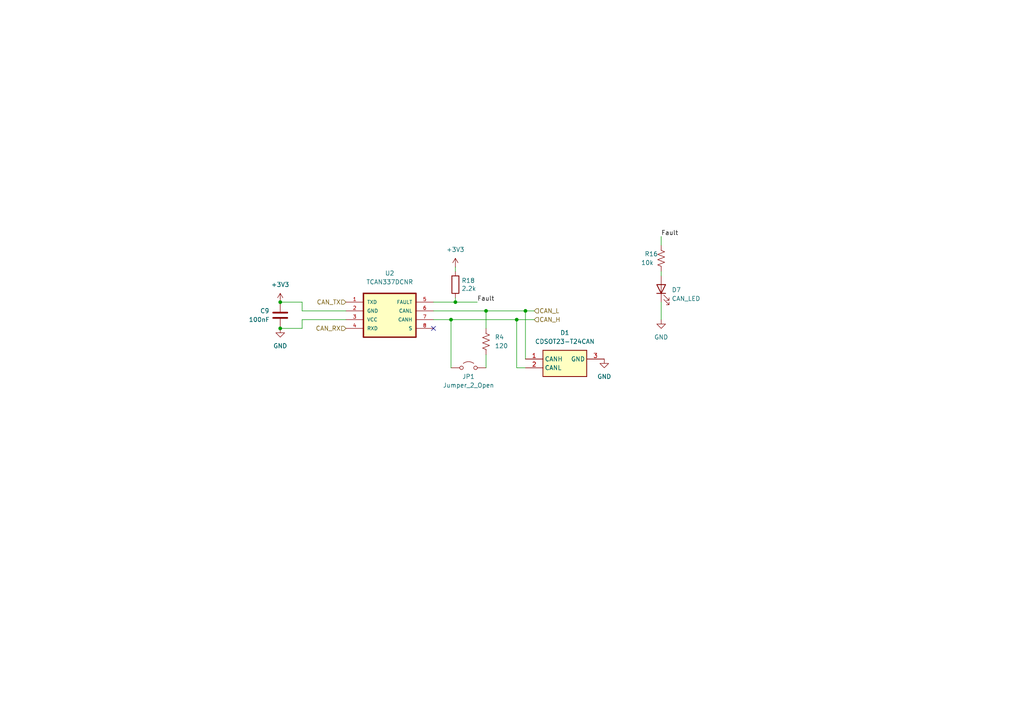
<source format=kicad_sch>
(kicad_sch (version 20231120) (generator "eeschema") (generator_version "8.0")
  (paper "A4")
  (lib_symbols
    (symbol "CDSOT23-T24CAN:CDSOT23-T24CAN"
      (property "Reference" "D1" (at 11.43 7.62 0))
      (property "Value" "CDSOT23-T24CAN" (at 11.43 5.08 0))
      (symbol "CDSOT23-T24CAN_1_1"
        (rectangle (start 5.08 2.54) (end 17.78 -5.08) (stroke (width 0.254)) (fill (type background)))
        (pin passive line (at 0 0 0) (length 5.08) (name "CANH") (number "1"))
        (pin passive line (at 0 -2.54 0) (length 5.08) (name "CANL") (number "2"))
        (pin passive line (at 22.86 0 180) (length 5.08) (name "GND") (number "3"))
      )
    )
    (symbol "Device:C" (pin_numbers hide) (pin_names (offset 0.254))
      (property "Reference" "C" (at 0.635 2.54 0))
      (property "Value" "C" (at 0.635 -2.54 0))
      (symbol "C_0_1"
        (polyline (pts (xy -2.032 -0.762) (xy 2.032 -0.762)) (stroke (width 0.508)))
        (polyline (pts (xy -2.032 0.762) (xy 2.032 0.762)) (stroke (width 0.508)))
      )
      (symbol "C_1_1"
        (pin passive line (at 0 3.81 270) (length 2.794) (name "~") (number "1"))
        (pin passive line (at 0 -3.81 90) (length 2.794) (name "~") (number "2"))
      )
    )
    (symbol "Device:LED" (pin_numbers hide) (pin_names (offset 1.016) hide)
      (property "Reference" "D" (at 0 2.54 0))
      (property "Value" "LED" (at 0 -2.54 0))
      (symbol "LED_0_1"
        (polyline (pts (xy -1.27 -1.27) (xy -1.27 1.27)) (stroke (width 0.254)))
        (polyline (pts (xy -1.27 0) (xy 1.27 0)))
        (polyline (pts (xy 1.27 -1.27) (xy 1.27 1.27) (xy -1.27 0) (xy 1.27 -1.27)) (stroke (width 0.254)))
        (polyline (pts (xy -3.048 -0.762) (xy -4.572 -2.286) (xy -3.81 -2.286) (xy -4.572 -2.286) (xy -4.572 -1.524)))
        (polyline (pts (xy -1.778 -0.762) (xy -3.302 -2.286) (xy -2.54 -2.286) (xy -3.302 -2.286) (xy -3.302 -1.524)))
      )
      (symbol "LED_1_1"
        (pin passive line (at -3.81 0 0) (length 2.54) (name "K") (number "1"))
        (pin passive line (at 3.81 0 180) (length 2.54) (name "A") (number "2"))
      )
    )
    (symbol "Device:R" (pin_numbers hide) (pin_names (offset 0))
      (property "Reference" "R" (at 2.032 0 90))
      (property "Value" "R" (at 0 0 90))
      (symbol "R_0_1"
        (rectangle (start -1.016 -2.54) (end 1.016 2.54) (stroke (width 0.254)))
      )
      (symbol "R_1_1"
        (pin passive line (at 0 3.81 270) (length 1.27) (name "~") (number "1"))
        (pin passive line (at 0 -3.81 90) (length 1.27) (name "~") (number "2"))
      )
    )
    (symbol "Device:R_US" (pin_numbers hide) (pin_names (offset 0))
      (property "Reference" "R" (at 2.54 0 90))
      (property "Value" "R_US" (at -2.54 0 90))
      (symbol "R_US_0_1"
        (polyline (pts (xy 0 -2.286) (xy 0 -2.54)))
        (polyline (pts (xy 0 2.286) (xy 0 2.54)))
        (polyline (pts (xy 0 -0.762) (xy 1.016 -1.143) (xy 0 -1.524) (xy -1.016 -1.905) (xy 0 -2.286)))
        (polyline (pts (xy 0 0.762) (xy 1.016 0.381) (xy 0 0) (xy -1.016 -0.381) (xy 0 -0.762)))
        (polyline (pts (xy 0 2.286) (xy 1.016 1.905) (xy 0 1.524) (xy -1.016 1.143) (xy 0 0.762)))
      )
      (symbol "R_US_1_1"
        (pin passive line (at 0 3.81 270) (length 1.27) (name "~") (number "1"))
        (pin passive line (at 0 -3.81 90) (length 1.27) (name "~") (number "2"))
      )
    )
    (symbol "Jumper:Jumper_2_Open" (pin_numbers hide) (pin_names (offset 0) hide) (exclude_from_sim yes)
      (property "Reference" "JP" (at 0 2.794 0))
      (property "Value" "Jumper_2_Open" (at 0 -2.286 0))
      (symbol "Jumper_2_Open_0_0"
        (circle (center -2.032 0) (radius 0.508))
        (circle (center 2.032 0) (radius 0.508))
      )
      (symbol "Jumper_2_Open_0_1"
        (arc (start 1.524 1.27) (mid 0 1.778) (end -1.524 1.27))
      )
      (symbol "Jumper_2_Open_1_1"
        (pin passive line (at -5.08 0 0) (length 2.54) (name "A") (number "1"))
        (pin passive line (at 5.08 0 180) (length 2.54) (name "B") (number "2"))
      )
    )
    (symbol "TCAN337DCNR:TCAN337DCNR" (pin_names (offset 1.016))
      (property "Reference" "U2" (at 0 14.732 0))
      (property "Value" "TCAN337DCNR" (at 0 12.192 0))
      (symbol "TCAN337DCNR_0_0"
        (rectangle (start -7.62 8.89) (end 7.62 -3.81) (stroke (width 0.41)) (fill (type background)))
        (pin passive line (at -12.7 6.35 0) (length 5.08) (name "TXD") (number "1"))
        (pin passive line (at -12.7 3.81 0) (length 5.08) (name "GND") (number "2"))
        (pin passive line (at -12.7 1.27 0) (length 5.08) (name "VCC") (number "3"))
        (pin passive line (at -12.7 -1.27 0) (length 5.08) (name "RXD") (number "4"))
        (pin passive line (at 12.7 6.35 180) (length 5.08) (name "FAULT") (number "5"))
        (pin passive line (at 12.7 3.81 180) (length 5.08) (name "CANL") (number "6"))
        (pin passive line (at 12.7 1.27 180) (length 5.08) (name "CANH") (number "7"))
        (pin passive line (at 12.7 -1.27 180) (length 5.08) (name "S") (number "8"))
      )
    )
    (symbol "power:+3V3" (power) (pin_numbers hide) (pin_names (offset 0) hide)
      (property "Value" "+3V3" (at 0 3.556 0))
      (symbol "+3V3_0_1"
        (polyline (pts (xy -0.762 1.27) (xy 0 2.54)))
        (polyline (pts (xy 0 0) (xy 0 2.54)))
        (polyline (pts (xy 0 2.54) (xy 0.762 1.27)))
      )
      (symbol "+3V3_1_1"
        (pin power_in line (at 0 0 90) (length 0) (name "~") (number "1"))
      )
    )
    (symbol "power:GND" (power) (pin_numbers hide) (pin_names (offset 0) hide)
      (property "Value" "GND" (at 0 -3.81 0))
      (symbol "GND_0_1"
        (polyline (pts (xy 0 0) (xy 0 -1.27) (xy 1.27 -1.27) (xy 0 -2.54) (xy -1.27 -1.27) (xy 0 -1.27)))
      )
      (symbol "GND_1_1"
        (pin power_in line (at 0 0 270) (length 0) (name "~") (number "1"))
      )
    )
  )
  (junction (at 132.08 87.63))
  (junction (at 81.28 87.63))
  (junction (at 149.86 92.71))
  (junction (at 130.81 92.71))
  (junction (at 152.4 90.17))
  (junction (at 81.28 95.25))
  (junction (at 140.97 90.17))
  (no_connect (at 125.73 95.25))
  (wire (pts (xy 191.77 92.71) (xy 191.77 87.63)))
  (wire (pts (xy 149.86 106.68) (xy 149.86 92.71)))
  (wire (pts (xy 87.63 92.71) (xy 100.33 92.71)))
  (wire (pts (xy 132.08 87.63) (xy 125.73 87.63)))
  (wire (pts (xy 132.08 78.74) (xy 132.08 77.47)))
  (wire (pts (xy 100.33 90.17) (xy 87.63 90.17)))
  (wire (pts (xy 87.63 90.17) (xy 87.63 87.63)))
  (wire (pts (xy 149.86 92.71) (xy 130.81 92.71)))
  (wire (pts (xy 191.77 78.74) (xy 191.77 80.01)))
  (wire (pts (xy 154.94 90.17) (xy 152.4 90.17)))
  (wire (pts (xy 130.81 92.71) (xy 130.81 106.68)))
  (wire (pts (xy 87.63 87.63) (xy 81.28 87.63)))
  (wire (pts (xy 132.08 86.36) (xy 132.08 87.63)))
  (wire (pts (xy 87.63 92.71) (xy 87.63 95.25)))
  (wire (pts (xy 140.97 106.68) (xy 140.97 102.87)))
  (wire (pts (xy 125.73 90.17) (xy 140.97 90.17)))
  (wire (pts (xy 191.77 68.58) (xy 191.77 71.12)))
  (wire (pts (xy 140.97 90.17) (xy 152.4 90.17)))
  (wire (pts (xy 130.81 92.71) (xy 125.73 92.71)))
  (wire (pts (xy 138.43 87.63) (xy 132.08 87.63)))
  (wire (pts (xy 152.4 106.68) (xy 149.86 106.68)))
  (wire (pts (xy 140.97 95.25) (xy 140.97 90.17)))
  (wire (pts (xy 152.4 90.17) (xy 152.4 104.14)))
  (wire (pts (xy 87.63 95.25) (xy 81.28 95.25)))
  (wire (pts (xy 154.94 92.71) (xy 149.86 92.71)))
  (label "Fault" (at 138.43 87.63 0))
  (label "Fault" (at 191.77 68.58 0))
  (hierarchical_label "CAN_TX" (shape input) (at 100.33 87.63 180))
  (hierarchical_label "CAN_H" (shape input) (at 154.94 92.71 0))
  (hierarchical_label "CAN_L" (shape input) (at 154.94 90.17 0))
  (hierarchical_label "CAN_RX" (shape input) (at 100.33 95.25 180))
  (symbol (lib_id "power:+3V3") (at 132.08 77.47 0) (unit 1)
    (property "Reference" "#PWR010" (effects (hide yes)))
    (property "Value" "+3V3" (at 132.08 72.39 0))
    (property "Description" "Power symbol creates a global label with name \"+3V3\"" (effects (hide yes)))
  )
  (symbol (lib_id "Device:R_US") (at 191.77 74.93 0) (unit 1)
    (property "Reference" "R16" (at 186.944 73.66 0) (effects (justify left)))
    (property "Value" "10k" (at 185.928 76.2 0) (effects (justify left)))
    (property "Description" "Resistor, US symbol" (effects (hide yes)))
  )
  (symbol (lib_id "Jumper:Jumper_2_Open") (at 135.89 106.68 0) (unit 1) (exclude_from_sim yes)
    (property "Reference" "JP1" (at 135.89 109.22 0))
    (property "Value" "Jumper_2_Open" (at 135.89 111.76 0))
    (property "Description" "Jumper, 2-pole, open" (effects (hide yes)))
  )
  (symbol (lib_id "Device:LED") (at 191.77 83.82 90) (unit 1)
    (property "Reference" "D7" (at 194.818 84.074 90) (effects (justify right)))
    (property "Value" "CAN_LED" (at 194.818 86.614 90) (effects (justify right)))
    (property "Footprint" "LED_SMD:LED_0805_2012Metric" (effects (hide yes)))
    (property "Description" "Light emitting diode" (effects (hide yes)))
    (property "Color" "Green" (effects (hide yes)))
    (property "P/N" "APTD2012LCGCK" (effects (hide yes)))
    (property "Mouser Part Number" "604-APTD2012LCGCK" (effects (hide yes)))
  )
  (symbol (lib_id "CDSOT23-T24CAN:CDSOT23-T24CAN") (at 152.4 104.14 0) (unit 1)
    (property "Reference" "D1" (at 163.83 96.52 0))
    (property "Value" "CDSOT23-T24CAN" (at 163.83 99.06 0))
    (property "Footprint" "SOT95P230X117-3N" (effects (hide yes)))
    (property "Datasheet" "https://www.bourns.com/docs/Product-Datasheets/CDSOT23-T24CAN.pdf" (effects (hide yes)))
    (property "Description" "Bourns CDSOT23-T24CAN, Dual Bi-Directional ESD Protection Diode, 3-Pin SOT-23" (effects (hide yes)))
    (property "Height" "1.17" (effects (hide yes)))
    (property "Mouser Part Number" "652-CDSOT23-T24CAN" (effects (hide yes)))
    (property "Mouser Price/Stock" "https://www.mouser.co.uk/ProductDetail/Bourns/CDSOT23-T24CAN?qs=Z7P4xsdcg2LuAOb%2FzQ7xoQ%3D%3D" (effects (hide yes)))
    (property "Manufacturer_Name" "Bourns" (effects (hide yes)))
    (property "Manufacturer_Part_Number" "CDSOT23-T24CAN" (effects (hide yes)))
  )
  (symbol (lib_id "power:GND") (at 191.77 92.71 0) (unit 1)
    (property "Reference" "#PWR07" (effects (hide yes)))
    (property "Value" "GND" (at 191.77 97.79 0))
    (property "Description" "Power symbol creates a global label with name \"GND\" , ground" (effects (hide yes)))
  )
  (symbol (lib_id "power:GND") (at 175.26 104.14 0) (unit 1)
    (property "Reference" "#PWR09" (effects (hide yes)))
    (property "Value" "GND" (at 175.26 109.22 0))
    (property "Description" "Power symbol creates a global label with name \"GND\" , ground" (effects (hide yes)))
  )
  (symbol (lib_id "Device:R_US") (at 140.97 99.06 0) (unit 1)
    (property "Reference" "R4" (at 143.51 97.7899 0) (effects (justify left)))
    (property "Value" "120" (at 143.51 100.3299 0) (effects (justify left)))
    (property "Description" "Resistor, US symbol" (effects (hide yes)))
  )
  (symbol (lib_id "power:GND") (at 81.28 95.25 0) (unit 1)
    (property "Reference" "#PWR018" (effects (hide yes)))
    (property "Value" "GND" (at 81.28 100.33 0))
    (property "Description" "Power symbol creates a global label with name \"GND\" , ground" (effects (hide yes)))
  )
  (symbol (lib_id "power:+3V3") (at 81.28 87.63 0) (unit 1)
    (property "Reference" "#PWR017" (effects (hide yes)))
    (property "Value" "+3V3" (at 81.28 82.55 0))
    (property "Description" "Power symbol creates a global label with name \"+3V3\"" (effects (hide yes)))
  )
  (symbol (lib_id "TCAN337DCNR:TCAN337DCNR") (at 113.03 93.98 0) (unit 1)
    (property "Reference" "U2" (at 113.03 79.248 0))
    (property "Value" "TCAN337DCNR" (at 113.03 81.788 0))
    (property "Footprint" "TCAN337DCNR:SOT65P280X145-8N" (effects (hide yes)))
    (property "Datasheet" "https://www.ti.com/lit/ds/symlink/tcan337.pdf?HQS=dis-dk-null-digikeymode-dsf-pf-null-wwe&ts=1741744646174&ref_url=https%253A%252F%252Fwww.ti.com%252Fgeneral%252Fdocs%252Fsuppproductinfo.tsp%253FdistId%253D10%2526gotoUrl%253Dhttps%253A%252F%252Fwww.ti.com%252Flit%252Fgpn%252Ftcan337" (effects (hide yes)))
  )
  (symbol (lib_id "Device:R") (at 132.08 82.55 0) (unit 1)
    (property "Reference" "R18" (at 133.858 81.3816 0) (effects (justify left)))
    (property "Value" "2.2k" (at 133.858 83.693 0) (effects (justify left)))
    (property "Footprint" "Resistor_SMD:R_0805_2012Metric" (effects (hide yes)))
    (property "Description" "Resistor" (effects (hide yes)))
    (property "Mouser Part Number" "Inventory" (effects (hide yes)))
    (property "P/N" "SDR10EZPF2200" (effects (hide yes)))
  )
  (symbol (lib_id "Device:C") (at 81.28 91.44 0) (unit 1)
    (property "Reference" "C9" (at 75.438 90.17 0) (effects (justify left)))
    (property "Value" "100nF" (at 72.136 92.71 0) (effects (justify left)))
    (property "Description" "Unpolarized capacitor" (effects (hide yes)))
  )
)
</source>
